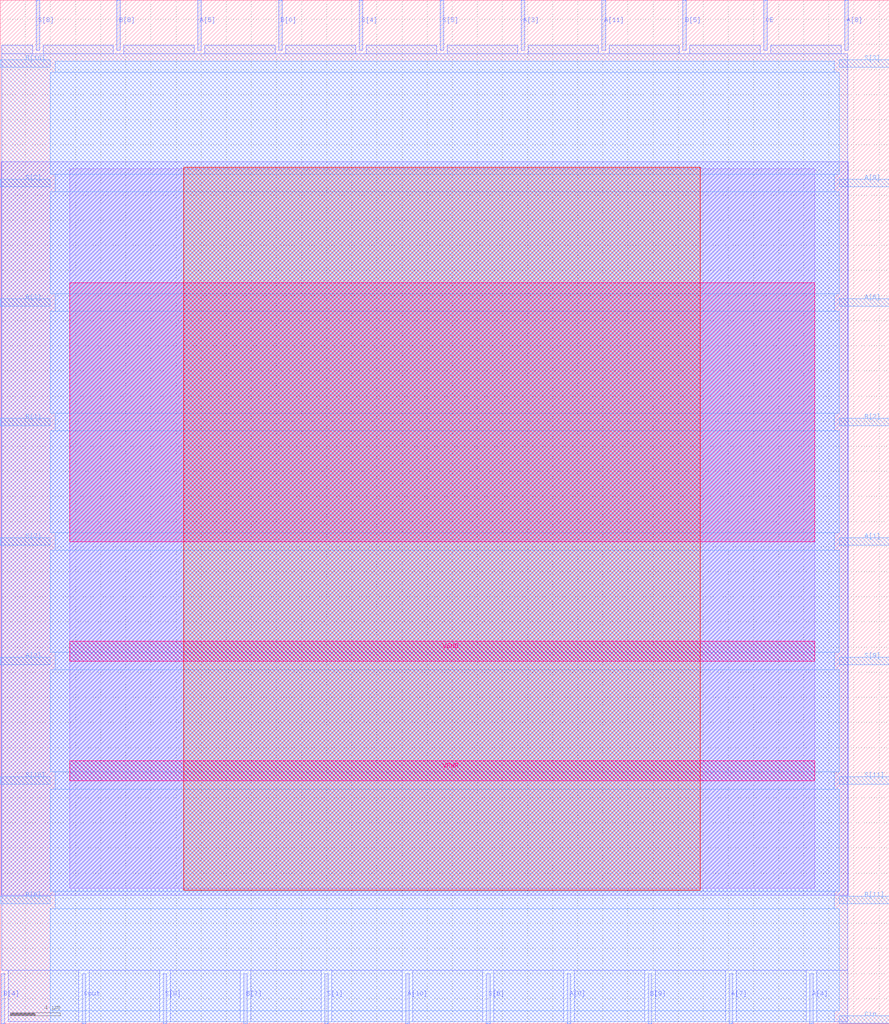
<source format=lef>
VERSION 5.7 ;
  NOWIREEXTENSIONATPIN ON ;
  DIVIDERCHAR "/" ;
  BUSBITCHARS "[]" ;
MACRO dvsd_adder_12bit
  CLASS BLOCK ;
  FOREIGN dvsd_adder_12bit ;
  ORIGIN 0.000 0.000 ;
  SIZE 70.810 BY 81.530 ;
  PIN A[0]
    DIRECTION INPUT ;
    USE SIGNAL ;
    PORT
      LAYER met2 ;
        RECT 45.170 0.000 45.450 4.000 ;
    END
  END A[0]
  PIN A[10]
    DIRECTION INPUT ;
    USE SIGNAL ;
    PORT
      LAYER met2 ;
        RECT 32.290 0.000 32.570 4.000 ;
    END
  END A[10]
  PIN A[11]
    DIRECTION INPUT ;
    USE SIGNAL ;
    PORT
      LAYER met2 ;
        RECT 47.930 77.530 48.210 81.530 ;
    END
  END A[11]
  PIN A[1]
    DIRECTION INPUT ;
    USE SIGNAL ;
    PORT
      LAYER met3 ;
        RECT 66.810 38.120 70.810 38.720 ;
    END
  END A[1]
  PIN A[2]
    DIRECTION INPUT ;
    USE SIGNAL ;
    PORT
      LAYER met3 ;
        RECT 0.000 28.600 4.000 29.200 ;
    END
  END A[2]
  PIN A[3]
    DIRECTION INPUT ;
    USE SIGNAL ;
    PORT
      LAYER met2 ;
        RECT 41.490 77.530 41.770 81.530 ;
    END
  END A[3]
  PIN A[4]
    DIRECTION INPUT ;
    USE SIGNAL ;
    PORT
      LAYER met2 ;
        RECT 64.490 0.000 64.770 4.000 ;
    END
  END A[4]
  PIN A[5]
    DIRECTION INPUT ;
    USE SIGNAL ;
    PORT
      LAYER met2 ;
        RECT 15.730 77.530 16.010 81.530 ;
    END
  END A[5]
  PIN A[6]
    DIRECTION INPUT ;
    USE SIGNAL ;
    PORT
      LAYER met3 ;
        RECT 66.810 57.160 70.810 57.760 ;
    END
  END A[6]
  PIN A[7]
    DIRECTION INPUT ;
    USE SIGNAL ;
    PORT
      LAYER met2 ;
        RECT 58.050 0.000 58.330 4.000 ;
    END
  END A[7]
  PIN A[8]
    DIRECTION INPUT ;
    USE SIGNAL ;
    PORT
      LAYER met2 ;
        RECT 67.250 77.530 67.530 81.530 ;
    END
  END A[8]
  PIN A[9]
    DIRECTION INPUT ;
    USE SIGNAL ;
    PORT
      LAYER met3 ;
        RECT 66.810 66.680 70.810 67.280 ;
    END
  END A[9]
  PIN B[0]
    DIRECTION INPUT ;
    USE SIGNAL ;
    PORT
      LAYER met2 ;
        RECT 22.170 77.530 22.450 81.530 ;
    END
  END B[0]
  PIN B[10]
    DIRECTION INPUT ;
    USE SIGNAL ;
    PORT
      LAYER met3 ;
        RECT 0.000 76.200 4.000 76.800 ;
    END
  END B[10]
  PIN B[11]
    DIRECTION INPUT ;
    USE SIGNAL ;
    PORT
      LAYER met3 ;
        RECT 66.810 9.560 70.810 10.160 ;
    END
  END B[11]
  PIN B[1]
    DIRECTION INPUT ;
    USE SIGNAL ;
    PORT
      LAYER met3 ;
        RECT 0.000 47.640 4.000 48.240 ;
    END
  END B[1]
  PIN B[2]
    DIRECTION INPUT ;
    USE SIGNAL ;
    PORT
      LAYER met3 ;
        RECT 66.810 47.640 70.810 48.240 ;
    END
  END B[2]
  PIN B[3]
    DIRECTION INPUT ;
    USE SIGNAL ;
    PORT
      LAYER met3 ;
        RECT 0.000 57.160 4.000 57.760 ;
    END
  END B[3]
  PIN B[4]
    DIRECTION INPUT ;
    USE SIGNAL ;
    PORT
      LAYER met2 ;
        RECT 0.090 0.000 0.370 4.000 ;
    END
  END B[4]
  PIN B[5]
    DIRECTION INPUT ;
    USE SIGNAL ;
    PORT
      LAYER met2 ;
        RECT 54.370 77.530 54.650 81.530 ;
    END
  END B[5]
  PIN B[6]
    DIRECTION INPUT ;
    USE SIGNAL ;
    PORT
      LAYER met3 ;
        RECT 0.000 9.560 4.000 10.160 ;
    END
  END B[6]
  PIN B[7]
    DIRECTION INPUT ;
    USE SIGNAL ;
    PORT
      LAYER met2 ;
        RECT 19.410 0.000 19.690 4.000 ;
    END
  END B[7]
  PIN B[8]
    DIRECTION INPUT ;
    USE SIGNAL ;
    PORT
      LAYER met2 ;
        RECT 9.290 77.530 9.570 81.530 ;
    END
  END B[8]
  PIN B[9]
    DIRECTION INPUT ;
    USE SIGNAL ;
    PORT
      LAYER met2 ;
        RECT 51.610 0.000 51.890 4.000 ;
    END
  END B[9]
  PIN CE
    DIRECTION INPUT ;
    USE SIGNAL ;
    PORT
      LAYER met2 ;
        RECT 60.810 77.530 61.090 81.530 ;
    END
  END CE
  PIN Cin
    DIRECTION INPUT ;
    USE SIGNAL ;
    PORT
      LAYER met3 ;
        RECT 66.810 0.040 70.810 0.640 ;
    END
  END Cin
  PIN Cout
    DIRECTION OUTPUT TRISTATE ;
    USE SIGNAL ;
    PORT
      LAYER met2 ;
        RECT 6.530 0.000 6.810 4.000 ;
    END
  END Cout
  PIN S[0]
    DIRECTION OUTPUT TRISTATE ;
    USE SIGNAL ;
    PORT
      LAYER met2 ;
        RECT 12.970 0.000 13.250 4.000 ;
    END
  END S[0]
  PIN S[10]
    DIRECTION OUTPUT TRISTATE ;
    USE SIGNAL ;
    PORT
      LAYER met3 ;
        RECT 0.000 19.080 4.000 19.680 ;
    END
  END S[10]
  PIN S[11]
    DIRECTION OUTPUT TRISTATE ;
    USE SIGNAL ;
    PORT
      LAYER met3 ;
        RECT 66.810 19.080 70.810 19.680 ;
    END
  END S[11]
  PIN S[1]
    DIRECTION OUTPUT TRISTATE ;
    USE SIGNAL ;
    PORT
      LAYER met2 ;
        RECT 25.850 0.000 26.130 4.000 ;
    END
  END S[1]
  PIN S[2]
    DIRECTION OUTPUT TRISTATE ;
    USE SIGNAL ;
    PORT
      LAYER met3 ;
        RECT 0.000 66.680 4.000 67.280 ;
    END
  END S[2]
  PIN S[3]
    DIRECTION OUTPUT TRISTATE ;
    USE SIGNAL ;
    PORT
      LAYER met3 ;
        RECT 66.810 76.200 70.810 76.800 ;
    END
  END S[3]
  PIN S[4]
    DIRECTION OUTPUT TRISTATE ;
    USE SIGNAL ;
    PORT
      LAYER met2 ;
        RECT 28.610 77.530 28.890 81.530 ;
    END
  END S[4]
  PIN S[5]
    DIRECTION OUTPUT TRISTATE ;
    USE SIGNAL ;
    PORT
      LAYER met2 ;
        RECT 35.050 77.530 35.330 81.530 ;
    END
  END S[5]
  PIN S[6]
    DIRECTION OUTPUT TRISTATE ;
    USE SIGNAL ;
    PORT
      LAYER met2 ;
        RECT 38.730 0.000 39.010 4.000 ;
    END
  END S[6]
  PIN S[7]
    DIRECTION OUTPUT TRISTATE ;
    USE SIGNAL ;
    PORT
      LAYER met3 ;
        RECT 0.000 38.120 4.000 38.720 ;
    END
  END S[7]
  PIN S[8]
    DIRECTION OUTPUT TRISTATE ;
    USE SIGNAL ;
    PORT
      LAYER met2 ;
        RECT 2.850 77.530 3.130 81.530 ;
    END
  END S[8]
  PIN S[9]
    DIRECTION OUTPUT TRISTATE ;
    USE SIGNAL ;
    PORT
      LAYER met3 ;
        RECT 66.810 28.600 70.810 29.200 ;
    END
  END S[9]
  PIN VGND
    DIRECTION INPUT ;
    USE GROUND ;
    PORT
      LAYER met5 ;
        RECT 5.520 28.880 64.860 30.480 ;
    END
  END VGND
  PIN VPWR
    DIRECTION INPUT ;
    USE POWER ;
    PORT
      LAYER met5 ;
        RECT 5.520 19.360 64.860 20.960 ;
    END
  END VPWR
  OBS
      LAYER li1 ;
        RECT 5.520 10.795 64.860 68.085 ;
      LAYER met1 ;
        RECT 0.070 10.240 67.550 68.640 ;
      LAYER met2 ;
        RECT 0.100 77.250 2.570 77.930 ;
        RECT 3.410 77.250 9.010 77.930 ;
        RECT 9.850 77.250 15.450 77.930 ;
        RECT 16.290 77.250 21.890 77.930 ;
        RECT 22.730 77.250 28.330 77.930 ;
        RECT 29.170 77.250 34.770 77.930 ;
        RECT 35.610 77.250 41.210 77.930 ;
        RECT 42.050 77.250 47.650 77.930 ;
        RECT 48.490 77.250 54.090 77.930 ;
        RECT 54.930 77.250 60.530 77.930 ;
        RECT 61.370 77.250 66.970 77.930 ;
        RECT 0.100 4.280 67.520 77.250 ;
        RECT 0.650 0.155 6.250 4.280 ;
        RECT 7.090 0.155 12.690 4.280 ;
        RECT 13.530 0.155 19.130 4.280 ;
        RECT 19.970 0.155 25.570 4.280 ;
        RECT 26.410 0.155 32.010 4.280 ;
        RECT 32.850 0.155 38.450 4.280 ;
        RECT 39.290 0.155 44.890 4.280 ;
        RECT 45.730 0.155 51.330 4.280 ;
        RECT 52.170 0.155 57.770 4.280 ;
        RECT 58.610 0.155 64.210 4.280 ;
        RECT 65.050 0.155 67.520 4.280 ;
      LAYER met3 ;
        RECT 4.400 75.800 66.410 76.665 ;
        RECT 4.000 67.680 66.810 75.800 ;
        RECT 4.400 66.280 66.410 67.680 ;
        RECT 4.000 58.160 66.810 66.280 ;
        RECT 4.400 56.760 66.410 58.160 ;
        RECT 4.000 48.640 66.810 56.760 ;
        RECT 4.400 47.240 66.410 48.640 ;
        RECT 4.000 39.120 66.810 47.240 ;
        RECT 4.400 37.720 66.410 39.120 ;
        RECT 4.000 29.600 66.810 37.720 ;
        RECT 4.400 28.200 66.410 29.600 ;
        RECT 4.000 20.080 66.810 28.200 ;
        RECT 4.400 18.680 66.410 20.080 ;
        RECT 4.000 10.560 66.810 18.680 ;
        RECT 4.400 9.160 66.410 10.560 ;
        RECT 4.000 1.040 66.810 9.160 ;
        RECT 4.000 0.175 66.410 1.040 ;
      LAYER met4 ;
        RECT 14.610 10.640 55.770 68.240 ;
      LAYER met5 ;
        RECT 5.520 38.400 64.860 59.040 ;
  END
END dvsd_adder_12bit
END LIBRARY


</source>
